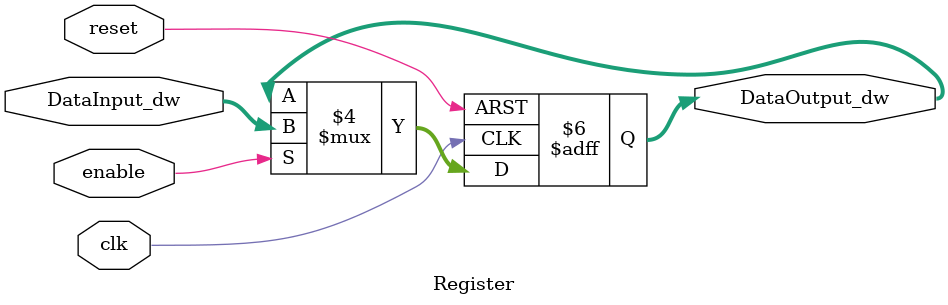
<source format=v>
/******************************************************************
* Description
*	This the basic register that is used in the register file
*	1.0
* Author:
*	Mariana Chávez Medina
*	Darío Arias Muñoz
* Date:
*	07/04/2020
******************************************************************/
module Register
#(
	parameter N=32
)
(
	input clk,
	input reset,
	input enable,
	input  [N-1:0] DataInput_dw,
	
	
	output reg [N-1:0] DataOutput_dw
);

always@(negedge reset or posedge clk) begin
	if(reset == 0)
		DataOutput_dw <= 0;
	else	
		if(enable == 1)
			DataOutput_dw <= DataInput_dw;
end

endmodule
//register//
</source>
